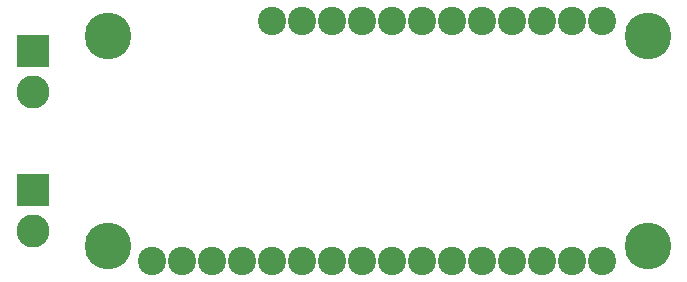
<source format=gbs>
G04 #@! TF.GenerationSoftware,KiCad,Pcbnew,(5.1.2-1)-1*
G04 #@! TF.CreationDate,2019-08-29T10:38:32+12:00*
G04 #@! TF.ProjectId,ModbusRTUFeather,4d6f6462-7573-4525-9455-466561746865,rev?*
G04 #@! TF.SameCoordinates,Original*
G04 #@! TF.FileFunction,Soldermask,Bot*
G04 #@! TF.FilePolarity,Negative*
%FSLAX46Y46*%
G04 Gerber Fmt 4.6, Leading zero omitted, Abs format (unit mm)*
G04 Created by KiCad (PCBNEW (5.1.2-1)-1) date 2019-08-29 10:38:32*
%MOMM*%
%LPD*%
G04 APERTURE LIST*
%ADD10C,2.400000*%
%ADD11C,3.956000*%
%ADD12C,2.800000*%
%ADD13R,2.800000X2.800000*%
G04 APERTURE END LIST*
D10*
X129451100Y-114300000D03*
X131991100Y-114300000D03*
X134531100Y-114300000D03*
X137071100Y-114300000D03*
X139611100Y-114300000D03*
X142151100Y-114300000D03*
X144691100Y-114300000D03*
X147231100Y-114300000D03*
X149771100Y-114300000D03*
X152311100Y-114300000D03*
X154851100Y-114300000D03*
X157391100Y-114300000D03*
X159931100Y-114300000D03*
X162471100Y-114300000D03*
X165011100Y-114300000D03*
X167551100Y-114300000D03*
X167551100Y-93980000D03*
X165011100Y-93980000D03*
X162471100Y-93980000D03*
X159931100Y-93980000D03*
X157391100Y-93980000D03*
X154851100Y-93980000D03*
X152311100Y-93980000D03*
X149771100Y-93980000D03*
X147231100Y-93980000D03*
X144691100Y-93980000D03*
X142151100Y-93980000D03*
X139611100Y-93980000D03*
D11*
X171450000Y-113030000D03*
X125730000Y-113030000D03*
X171450000Y-95250000D03*
X125730000Y-95250000D03*
D12*
X119380000Y-100020000D03*
D13*
X119380000Y-96520000D03*
D12*
X119380000Y-111760000D03*
D13*
X119380000Y-108260000D03*
M02*

</source>
